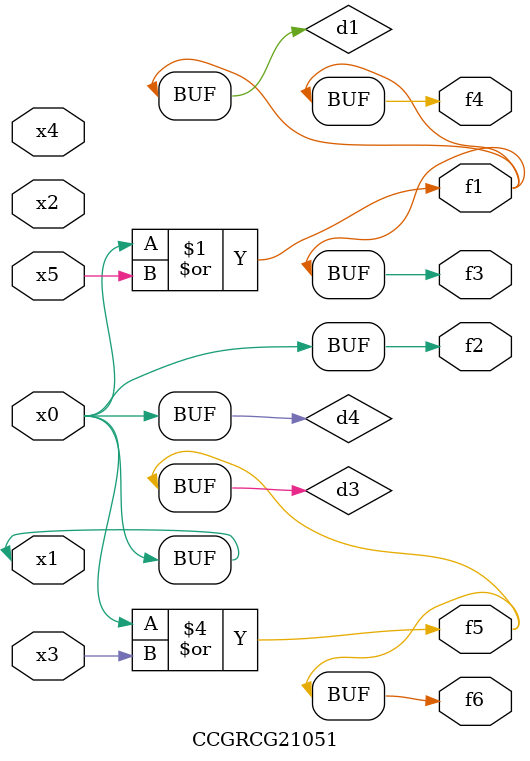
<source format=v>
module CCGRCG21051(
	input x0, x1, x2, x3, x4, x5,
	output f1, f2, f3, f4, f5, f6
);

	wire d1, d2, d3, d4;

	or (d1, x0, x5);
	xnor (d2, x1, x4);
	or (d3, x0, x3);
	buf (d4, x0, x1);
	assign f1 = d1;
	assign f2 = d4;
	assign f3 = d1;
	assign f4 = d1;
	assign f5 = d3;
	assign f6 = d3;
endmodule

</source>
